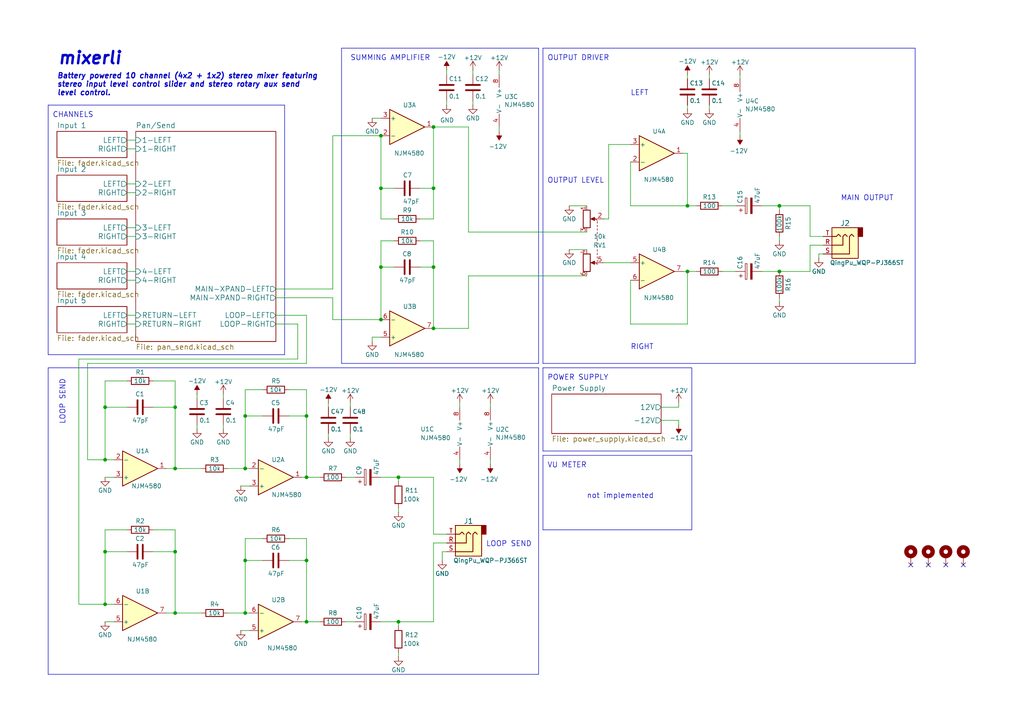
<source format=kicad_sch>
(kicad_sch (version 20231120) (generator "eeschema") (generator_version "8.0")
  (paper "A4")
  (title_block (title "mixerli") (date "2024-08-05") (rev "2.0.1") (company "stahllabs") (comment 1 "Copyright 2023 stahl. Licensed under CERN- OHL-S v2 or any later version.") (comment 2 "https://github.com/stahlnow/mixerli") (comment 3 "level control slider and stereo rotary aux send level control.") (comment 4 "Battery powered 10 channel (4x2 + 1x2) stereo mixer featuring stereo input"))
  (lib_symbols
    (symbol "Amplifier_Operational:NJM4580" (pin_names (offset 0.127))
      (property "Reference" "U" (at 0 5.08 0))
      (property "Value" "NJM4580" (at 0 -5.08 0))
      (symbol "NJM4580_1_1"
        (polyline (pts (xy -5.08 5.08) (xy 5.08 0) (xy -5.08 -5.08) (xy -5.08 5.08)) (stroke (width 0.254)) (fill (type background)))
        (pin output line (at 7.62 0 180) (length 2.54) (name "~") (number "1"))
        (pin input line (at -7.62 -2.54 0) (length 2.54) (name "-") (number "2"))
        (pin input line (at -7.62 2.54 0) (length 2.54) (name "+") (number "3"))
      )
      (symbol "NJM4580_2_1"
        (polyline (pts (xy -5.08 5.08) (xy 5.08 0) (xy -5.08 -5.08) (xy -5.08 5.08)) (stroke (width 0.254)) (fill (type background)))
        (pin input line (at -7.62 2.54 0) (length 2.54) (name "+") (number "5"))
        (pin input line (at -7.62 -2.54 0) (length 2.54) (name "-") (number "6"))
        (pin output line (at 7.62 0 180) (length 2.54) (name "~") (number "7"))
      )
      (symbol "NJM4580_3_1"
        (pin power_in line (at -2.54 -7.62 90) (length 3.81) (name "V-") (number "4"))
        (pin power_in line (at -2.54 7.62 270) (length 3.81) (name "V+") (number "8"))
      )
    )
    (symbol "Connector_Audio:AudioJack3"
      (property "Reference" "J" (at 0 8.89 0))
      (property "Value" "AudioJack3" (at 0 6.35 0))
      (symbol "AudioJack3_0_1"
        (rectangle (start -5.08 -5.08) (end -6.35 -2.54) (stroke (width 0.254)) (fill (type outline)))
        (polyline (pts (xy 0 -2.54) (xy 0.635 -3.175) (xy 1.27 -2.54) (xy 2.54 -2.54)) (stroke (width 0.254)))
        (polyline (pts (xy -1.905 -2.54) (xy -1.27 -3.175) (xy -0.635 -2.54) (xy -0.635 0) (xy 2.54 0)) (stroke (width 0.254)))
        (polyline (pts (xy 2.54 2.54) (xy -2.54 2.54) (xy -2.54 -2.54) (xy -3.175 -3.175) (xy -3.81 -2.54)) (stroke (width 0.254)))
        (rectangle (start 2.54 3.81) (end -5.08 -5.08) (stroke (width 0.254)) (fill (type background)))
      )
      (symbol "AudioJack3_1_1"
        (pin passive line (at 5.08 0 180) (length 2.54) (name "~") (number "R"))
        (pin passive line (at 5.08 2.54 180) (length 2.54) (name "~") (number "S"))
        (pin passive line (at 5.08 -2.54 180) (length 2.54) (name "~") (number "T"))
      )
    )
    (symbol "Device:C" (pin_numbers hide) (pin_names (offset 0.254))
      (property "Reference" "C" (at 0.635 2.54 0))
      (property "Value" "C" (at 0.635 -2.54 0))
      (symbol "C_0_1"
        (polyline (pts (xy -2.032 -0.762) (xy 2.032 -0.762)) (stroke (width 0.508)))
        (polyline (pts (xy -2.032 0.762) (xy 2.032 0.762)) (stroke (width 0.508)))
      )
      (symbol "C_1_1"
        (pin passive line (at 0 3.81 270) (length 2.794) (name "~") (number "1"))
        (pin passive line (at 0 -3.81 90) (length 2.794) (name "~") (number "2"))
      )
    )
    (symbol "Device:C_Polarized" (pin_numbers hide) (pin_names (offset 0.254))
      (property "Reference" "C" (at 0.635 2.54 0))
      (property "Value" "C_Polarized" (at 0.635 -2.54 0))
      (symbol "C_Polarized_0_1"
        (rectangle (start -2.286 0.508) (end 2.286 1.016))
        (polyline (pts (xy -1.778 2.286) (xy -0.762 2.286)))
        (polyline (pts (xy -1.27 2.794) (xy -1.27 1.778)))
        (rectangle (start 2.286 -0.508) (end -2.286 -1.016) (fill (type outline)))
      )
      (symbol "C_Polarized_1_1"
        (pin passive line (at 0 3.81 270) (length 2.794) (name "~") (number "1"))
        (pin passive line (at 0 -3.81 90) (length 2.794) (name "~") (number "2"))
      )
    )
    (symbol "Device:R" (pin_numbers hide) (pin_names (offset 0))
      (property "Reference" "R" (at 2.032 0 90))
      (property "Value" "R" (at 0 0 90))
      (symbol "R_0_1"
        (rectangle (start -1.016 -2.54) (end 1.016 2.54) (stroke (width 0.254)))
      )
      (symbol "R_1_1"
        (pin passive line (at 0 3.81 270) (length 1.27) (name "~") (number "1"))
        (pin passive line (at 0 -3.81 90) (length 1.27) (name "~") (number "2"))
      )
    )
    (symbol "Device:R_Potentiometer_Dual" (pin_names (offset 1.016) hide)
      (property "Reference" "RV" (at 0 3.81 0))
      (property "Value" "R_Potentiometer_Dual" (at 0 1.905 0))
      (symbol "R_Potentiometer_Dual_0_1"
        (rectangle (start -8.89 -1.524) (end -3.81 -3.556) (stroke (width 0.254)))
        (polyline (pts (xy -6.35 0) (xy -6.35 -1.016)))
        (polyline (pts (xy -6.35 0) (xy -6.35 -1.016)))
        (polyline (pts (xy -6.35 0) (xy -5.842 0.508)))
        (polyline (pts (xy -5.588 0.508) (xy -5.08 0.508)))
        (polyline (pts (xy -4.572 0.508) (xy -4.064 0.508)))
        (polyline (pts (xy -3.556 0.508) (xy -3.048 0.508)))
        (polyline (pts (xy -2.54 0.508) (xy -2.032 0.508)))
        (polyline (pts (xy -1.524 0.508) (xy -1.016 0.508)))
        (polyline (pts (xy -0.508 0.508) (xy 0 0.508)))
        (polyline (pts (xy 0.508 0.508) (xy 1.016 0.508)))
        (polyline (pts (xy 1.524 0.508) (xy 2.032 0.508)))
        (polyline (pts (xy 2.54 0.508) (xy 3.048 0.508)))
        (polyline (pts (xy 3.556 0.508) (xy 4.064 0.508)))
        (polyline (pts (xy 4.572 0.508) (xy 5.08 0.508)))
        (polyline (pts (xy 5.588 0.508) (xy 6.096 0.508)))
        (polyline (pts (xy 6.35 0) (xy 6.35 -1.016)))
        (polyline (pts (xy 6.35 0) (xy 6.35 -1.016)))
        (polyline (pts (xy 6.604 0.508) (xy 6.858 0.508) (xy 6.35 0)))
        (polyline (pts (xy -6.35 -1.397) (xy -6.858 -0.254) (xy -5.842 -0.254) (xy -6.35 -1.397)) (fill (type outline)))
        (polyline (pts (xy 6.35 -1.397) (xy 5.842 -0.254) (xy 6.858 -0.254) (xy 6.35 -1.397)) (fill (type outline)))
        (rectangle (start 3.81 -1.524) (end 8.89 -3.556) (stroke (width 0.254)))
      )
      (symbol "R_Potentiometer_Dual_1_1"
        (pin passive line (at -10.16 -2.54 0) (length 1.27) (name "1") (number "1"))
        (pin passive line (at -6.35 2.54 270) (length 2.54) (name "2") (number "2"))
        (pin passive line (at -2.54 -2.54 180) (length 1.27) (name "3") (number "3"))
        (pin passive line (at 2.54 -2.54 0) (length 1.27) (name "4") (number "4"))
        (pin passive line (at 6.35 2.54 270) (length 2.54) (name "5") (number "5"))
        (pin passive line (at 10.16 -2.54 180) (length 1.27) (name "6") (number "6"))
      )
    )
    (symbol "Mechanical:MountingHole_Pad" (pin_numbers hide) (pin_names (offset 1.016) hide)
      (property "Reference" "H" (at 0 6.35 0))
      (property "Value" "MountingHole_Pad" (at 0 4.445 0))
      (symbol "MountingHole_Pad_0_1"
        (circle (center 0 1.27) (radius 1.27) (stroke (width 1.27)))
      )
      (symbol "MountingHole_Pad_1_1"
        (pin input line (at 0 -2.54 90) (length 2.54) (name "1") (number "1"))
      )
    )
    (symbol "power:+12V" (power) (pin_numbers hide) (pin_names (offset 0) hide)
      (property "Value" "+12V" (at 0 3.556 0))
      (symbol "+12V_0_1"
        (polyline (pts (xy -0.762 1.27) (xy 0 2.54)))
        (polyline (pts (xy 0 0) (xy 0 2.54)))
        (polyline (pts (xy 0 2.54) (xy 0.762 1.27)))
      )
      (symbol "+12V_1_1"
        (pin power_in line (at 0 0 90) (length 0) (name "~") (number "1"))
      )
    )
    (symbol "power:-12V" (power) (pin_numbers hide) (pin_names (offset 0) hide)
      (property "Value" "-12V" (at 0 3.556 0))
      (symbol "-12V_0_0"
        (pin power_in line (at 0 0 90) (length 0) (name "~") (number "1"))
      )
      (symbol "-12V_0_1"
        (polyline (pts (xy 0 0) (xy 0 1.27) (xy 0.762 1.27) (xy 0 2.54) (xy -0.762 1.27) (xy 0 1.27)) (fill (type outline)))
      )
    )
    (symbol "power:GND" (power) (pin_numbers hide) (pin_names (offset 0) hide)
      (property "Value" "GND" (at 0 -3.81 0))
      (symbol "GND_0_1"
        (polyline (pts (xy 0 0) (xy 0 -1.27) (xy 1.27 -1.27) (xy 0 -2.54) (xy -1.27 -1.27) (xy 0 -1.27)))
      )
      (symbol "GND_1_1"
        (pin power_in line (at 0 0 270) (length 0) (name "~") (number "1"))
      )
    )
  )
  (junction (at 125.73 77.47))
  (junction (at 115.57 138.43))
  (junction (at 110.49 92.71))
  (junction (at 110.49 54.61))
  (junction (at 30.48 118.11))
  (junction (at 88.9 138.43))
  (junction (at 125.73 95.25))
  (junction (at 50.8 135.89))
  (junction (at 110.49 77.47))
  (junction (at 71.12 135.89))
  (junction (at 88.9 120.65))
  (junction (at 125.73 36.83))
  (junction (at 88.9 162.56))
  (junction (at 115.57 180.34))
  (junction (at 30.48 133.35))
  (junction (at 199.39 78.74))
  (junction (at 71.12 120.65))
  (junction (at 88.9 180.34))
  (junction (at 110.49 39.37))
  (junction (at 50.8 177.8))
  (junction (at 199.39 59.69))
  (junction (at 71.12 162.56))
  (junction (at 125.73 54.61))
  (junction (at 50.8 118.11))
  (junction (at 50.8 160.02))
  (junction (at 226.06 59.69))
  (junction (at 30.48 175.26))
  (junction (at 71.12 177.8))
  (junction (at 30.48 160.02))
  (junction (at 226.06 78.74))
  (no_connect (at 274.32 163.83))
  (no_connect (at 279.4 163.83))
  (no_connect (at 264.16 163.83))
  (no_connect (at 269.24 163.83))
  (wire (pts (xy 142.24 133.35) (xy 142.24 134.62)))
  (wire (pts (xy 36.83 55.88) (xy 39.37 55.88)))
  (wire (pts (xy 88.9 180.34) (xy 92.71 180.34)))
  (wire (pts (xy 199.39 59.69) (xy 199.39 44.45)))
  (wire (pts (xy 36.83 40.64) (xy 39.37 40.64)))
  (wire (pts (xy 88.9 156.21) (xy 88.9 162.56)))
  (polyline (pts (xy 13.97 106.68) (xy 156.21 106.68)))
  (wire (pts (xy 237.49 74.93) (xy 237.49 73.66)))
  (wire (pts (xy 125.73 36.83) (xy 135.89 36.83)))
  (wire (pts (xy 176.53 41.91) (xy 176.53 63.5)))
  (polyline (pts (xy 99.06 13.97) (xy 99.06 105.41)))
  (wire (pts (xy 182.88 93.98) (xy 199.39 93.98)))
  (polyline (pts (xy 13.97 195.58) (xy 13.97 106.68)))
  (wire (pts (xy 137.16 20.32) (xy 137.16 21.59)))
  (polyline (pts (xy 82.55 30.48) (xy 13.97 30.48)))
  (wire (pts (xy 135.89 67.31) (xy 170.18 67.31)))
  (wire (pts (xy 133.35 116.84) (xy 133.35 118.11)))
  (wire (pts (xy 214.63 21.59) (xy 214.63 22.86)))
  (wire (pts (xy 30.48 118.11) (xy 36.83 118.11)))
  (wire (pts (xy 191.77 121.92) (xy 196.85 121.92)))
  (wire (pts (xy 125.73 69.85) (xy 125.73 77.47)))
  (wire (pts (xy 214.63 38.1) (xy 214.63 39.37)))
  (wire (pts (xy 133.35 133.35) (xy 133.35 134.62)))
  (wire (pts (xy 128.27 160.02) (xy 128.27 162.56)))
  (wire (pts (xy 135.89 36.83) (xy 135.89 67.31)))
  (wire (pts (xy 125.73 36.83) (xy 125.73 54.61)))
  (wire (pts (xy 110.49 180.34) (xy 115.57 180.34)))
  (wire (pts (xy 88.9 138.43) (xy 92.71 138.43)))
  (wire (pts (xy 110.49 69.85) (xy 114.3 69.85)))
  (wire (pts (xy 57.15 123.19) (xy 57.15 124.46)))
  (wire (pts (xy 80.01 93.98) (xy 86.36 93.98)))
  (polyline (pts (xy 157.48 106.68) (xy 200.66 106.68)))
  (wire (pts (xy 71.12 113.03) (xy 76.2 113.03)))
  (wire (pts (xy 71.12 120.65) (xy 71.12 135.89)))
  (wire (pts (xy 129.54 20.32) (xy 129.54 21.59)))
  (wire (pts (xy 88.9 113.03) (xy 88.9 120.65)))
  (wire (pts (xy 199.39 59.69) (xy 201.93 59.69)))
  (wire (pts (xy 110.49 54.61) (xy 110.49 63.5)))
  (wire (pts (xy 30.48 153.67) (xy 36.83 153.67)))
  (wire (pts (xy 176.53 63.5) (xy 175.26 63.5)))
  (wire (pts (xy 50.8 118.11) (xy 44.45 118.11)))
  (wire (pts (xy 36.83 93.98) (xy 39.37 93.98)))
  (wire (pts (xy 36.83 43.18) (xy 39.37 43.18)))
  (polyline (pts (xy 157.48 105.41) (xy 157.48 13.97)))
  (wire (pts (xy 72.39 182.88) (xy 69.85 182.88)))
  (wire (pts (xy 50.8 118.11) (xy 50.8 135.89)))
  (wire (pts (xy 213.36 59.69) (xy 209.55 59.69)))
  (wire (pts (xy 83.82 162.56) (xy 88.9 162.56)))
  (wire (pts (xy 88.9 120.65) (xy 88.9 138.43)))
  (wire (pts (xy 199.39 93.98) (xy 199.39 78.74)))
  (wire (pts (xy 110.49 77.47) (xy 110.49 92.71)))
  (wire (pts (xy 50.8 160.02) (xy 50.8 177.8)))
  (wire (pts (xy 80.01 83.82) (xy 96.52 83.82)))
  (polyline (pts (xy 156.21 195.58) (xy 13.97 195.58)))
  (polyline (pts (xy 156.21 105.41) (xy 156.21 13.97)))
  (wire (pts (xy 25.4 105.41) (xy 25.4 133.35)))
  (wire (pts (xy 30.48 175.26) (xy 33.02 175.26)))
  (wire (pts (xy 234.95 71.12) (xy 238.76 71.12)))
  (wire (pts (xy 83.82 113.03) (xy 88.9 113.03)))
  (wire (pts (xy 36.83 53.34) (xy 39.37 53.34)))
  (wire (pts (xy 144.78 36.83) (xy 144.78 38.1)))
  (wire (pts (xy 71.12 120.65) (xy 76.2 120.65)))
  (wire (pts (xy 142.24 116.84) (xy 142.24 118.11)))
  (wire (pts (xy 95.25 116.84) (xy 95.25 118.11)))
  (wire (pts (xy 30.48 110.49) (xy 30.48 118.11)))
  (wire (pts (xy 110.49 63.5) (xy 114.3 63.5)))
  (wire (pts (xy 199.39 21.59) (xy 199.39 22.86)))
  (polyline (pts (xy 157.48 13.97) (xy 265.43 13.97)))
  (polyline (pts (xy 265.43 105.41) (xy 157.48 105.41)))
  (wire (pts (xy 234.95 68.58) (xy 238.76 68.58)))
  (wire (pts (xy 182.88 46.99) (xy 182.88 59.69)))
  (wire (pts (xy 176.53 41.91) (xy 182.88 41.91)))
  (wire (pts (xy 237.49 73.66) (xy 238.76 73.66)))
  (wire (pts (xy 30.48 160.02) (xy 36.83 160.02)))
  (wire (pts (xy 44.45 160.02) (xy 50.8 160.02)))
  (wire (pts (xy 64.77 115.57) (xy 64.77 114.3)))
  (wire (pts (xy 33.02 180.34) (xy 30.48 180.34)))
  (wire (pts (xy 36.83 81.28) (xy 39.37 81.28)))
  (wire (pts (xy 125.73 77.47) (xy 125.73 95.25)))
  (wire (pts (xy 182.88 81.28) (xy 182.88 93.98)))
  (wire (pts (xy 87.63 138.43) (xy 88.9 138.43)))
  (wire (pts (xy 64.77 123.19) (xy 64.77 124.46)))
  (wire (pts (xy 165.1 59.69) (xy 170.18 59.69)))
  (polyline (pts (xy 157.48 130.81) (xy 157.48 106.68)))
  (polyline (pts (xy 200.66 153.67) (xy 157.48 153.67)))
  (wire (pts (xy 205.74 30.48) (xy 205.74 31.75)))
  (wire (pts (xy 101.6 125.73) (xy 101.6 127)))
  (wire (pts (xy 115.57 181.61) (xy 115.57 180.34)))
  (polyline (pts (xy 157.48 132.08) (xy 200.66 132.08)))
  (wire (pts (xy 209.55 78.74) (xy 213.36 78.74)))
  (wire (pts (xy 198.12 78.74) (xy 199.39 78.74)))
  (wire (pts (xy 110.49 54.61) (xy 114.3 54.61)))
  (polyline (pts (xy 200.66 130.81) (xy 157.48 130.81)))
  (wire (pts (xy 44.45 110.49) (xy 50.8 110.49)))
  (wire (pts (xy 199.39 44.45) (xy 198.12 44.45)))
  (wire (pts (xy 125.73 63.5) (xy 121.92 63.5)))
  (wire (pts (xy 129.54 154.94) (xy 125.73 154.94)))
  (wire (pts (xy 30.48 153.67) (xy 30.48 160.02)))
  (wire (pts (xy 125.73 180.34) (xy 125.73 157.48)))
  (wire (pts (xy 50.8 110.49) (xy 50.8 118.11)))
  (wire (pts (xy 234.95 59.69) (xy 234.95 68.58)))
  (wire (pts (xy 115.57 180.34) (xy 125.73 180.34)))
  (wire (pts (xy 199.39 30.48) (xy 199.39 31.75)))
  (wire (pts (xy 191.77 118.11) (xy 196.85 118.11)))
  (wire (pts (xy 220.98 59.69) (xy 226.06 59.69)))
  (wire (pts (xy 25.4 133.35) (xy 30.48 133.35)))
  (wire (pts (xy 226.06 78.74) (xy 234.95 78.74)))
  (wire (pts (xy 88.9 162.56) (xy 88.9 180.34)))
  (wire (pts (xy 88.9 105.41) (xy 25.4 105.41)))
  (wire (pts (xy 71.12 135.89) (xy 72.39 135.89)))
  (wire (pts (xy 137.16 30.48) (xy 137.16 29.21)))
  (wire (pts (xy 33.02 138.43) (xy 30.48 138.43)))
  (wire (pts (xy 57.15 114.3) (xy 57.15 115.57)))
  (wire (pts (xy 144.78 20.32) (xy 144.78 21.59)))
  (wire (pts (xy 110.49 92.71) (xy 96.52 92.71)))
  (wire (pts (xy 129.54 29.21) (xy 129.54 30.48)))
  (wire (pts (xy 226.06 60.96) (xy 226.06 59.69)))
  (wire (pts (xy 121.92 54.61) (xy 125.73 54.61)))
  (wire (pts (xy 226.06 59.69) (xy 234.95 59.69)))
  (wire (pts (xy 50.8 153.67) (xy 50.8 160.02)))
  (wire (pts (xy 36.83 68.58) (xy 39.37 68.58)))
  (wire (pts (xy 88.9 91.44) (xy 88.9 105.41)))
  (wire (pts (xy 22.86 104.14) (xy 86.36 104.14)))
  (polyline (pts (xy 82.55 102.87) (xy 13.97 102.87)))
  (wire (pts (xy 48.26 135.89) (xy 50.8 135.89)))
  (wire (pts (xy 86.36 93.98) (xy 86.36 104.14)))
  (polyline (pts (xy 13.97 30.48) (xy 13.97 102.87)))
  (wire (pts (xy 220.98 78.74) (xy 226.06 78.74)))
  (wire (pts (xy 96.52 86.36) (xy 96.52 92.71)))
  (wire (pts (xy 69.85 140.97) (xy 72.39 140.97)))
  (wire (pts (xy 135.89 80.01) (xy 170.18 80.01)))
  (wire (pts (xy 101.6 116.84) (xy 101.6 118.11)))
  (wire (pts (xy 110.49 69.85) (xy 110.49 77.47)))
  (wire (pts (xy 199.39 78.74) (xy 201.93 78.74)))
  (wire (pts (xy 226.06 69.85) (xy 226.06 68.58)))
  (wire (pts (xy 165.1 72.39) (xy 170.18 72.39)))
  (wire (pts (xy 121.92 69.85) (xy 125.73 69.85)))
  (wire (pts (xy 115.57 190.5) (xy 115.57 189.23)))
  (wire (pts (xy 96.52 83.82) (xy 96.52 39.37)))
  (wire (pts (xy 80.01 91.44) (xy 88.9 91.44)))
  (wire (pts (xy 36.83 78.74) (xy 39.37 78.74)))
  (wire (pts (xy 36.83 110.49) (xy 30.48 110.49)))
  (wire (pts (xy 50.8 177.8) (xy 58.42 177.8)))
  (wire (pts (xy 71.12 177.8) (xy 72.39 177.8)))
  (wire (pts (xy 100.33 180.34) (xy 102.87 180.34)))
  (wire (pts (xy 125.73 95.25) (xy 135.89 95.25)))
  (wire (pts (xy 83.82 120.65) (xy 88.9 120.65)))
  (wire (pts (xy 115.57 147.32) (xy 115.57 148.59)))
  (wire (pts (xy 30.48 133.35) (xy 33.02 133.35)))
  (wire (pts (xy 114.3 77.47) (xy 110.49 77.47)))
  (wire (pts (xy 30.48 118.11) (xy 30.48 133.35)))
  (wire (pts (xy 121.92 77.47) (xy 125.73 77.47)))
  (wire (pts (xy 71.12 162.56) (xy 71.12 177.8)))
  (wire (pts (xy 71.12 162.56) (xy 76.2 162.56)))
  (wire (pts (xy 175.26 76.2) (xy 182.88 76.2)))
  (wire (pts (xy 80.01 86.36) (xy 96.52 86.36)))
  (wire (pts (xy 48.26 177.8) (xy 50.8 177.8)))
  (wire (pts (xy 115.57 138.43) (xy 125.73 138.43)))
  (wire (pts (xy 125.73 157.48) (xy 129.54 157.48)))
  (wire (pts (xy 110.49 97.79) (xy 107.95 97.79)))
  (wire (pts (xy 107.95 34.29) (xy 110.49 34.29)))
  (wire (pts (xy 135.89 95.25) (xy 135.89 80.01)))
  (wire (pts (xy 66.04 135.89) (xy 71.12 135.89)))
  (wire (pts (xy 125.73 54.61) (xy 125.73 63.5)))
  (wire (pts (xy 30.48 160.02) (xy 30.48 175.26)))
  (polyline (pts (xy 82.55 30.48) (xy 82.55 102.87)))
  (wire (pts (xy 66.04 177.8) (xy 71.12 177.8)))
  (polyline (pts (xy 99.06 105.41) (xy 156.21 105.41)))
  (wire (pts (xy 36.83 66.04) (xy 39.37 66.04)))
  (wire (pts (xy 22.86 104.14) (xy 22.86 175.26)))
  (wire (pts (xy 50.8 135.89) (xy 58.42 135.89)))
  (wire (pts (xy 44.45 153.67) (xy 50.8 153.67)))
  (wire (pts (xy 196.85 121.92) (xy 196.85 123.19)))
  (polyline (pts (xy 156.21 106.68) (xy 156.21 195.58)))
  (wire (pts (xy 22.86 175.26) (xy 30.48 175.26)))
  (wire (pts (xy 71.12 156.21) (xy 71.12 162.56)))
  (wire (pts (xy 234.95 78.74) (xy 234.95 71.12)))
  (polyline (pts (xy 157.48 153.67) (xy 157.48 132.08)))
  (wire (pts (xy 226.06 86.36) (xy 226.06 87.63)))
  (polyline (pts (xy 156.21 13.97) (xy 99.06 13.97)))
  (wire (pts (xy 71.12 113.03) (xy 71.12 120.65)))
  (wire (pts (xy 110.49 39.37) (xy 110.49 54.61)))
  (polyline (pts (xy 200.66 132.08) (xy 200.66 153.67)))
  (polyline (pts (xy 265.43 13.97) (xy 265.43 105.41)))
  (polyline (pts (xy 200.66 106.68) (xy 200.66 130.81)))
  (wire (pts (xy 129.54 160.02) (xy 128.27 160.02)))
  (wire (pts (xy 71.12 156.21) (xy 76.2 156.21)))
  (wire (pts (xy 196.85 118.11) (xy 196.85 116.84)))
  (wire (pts (xy 182.88 59.69) (xy 199.39 59.69)))
  (wire (pts (xy 100.33 138.43) (xy 102.87 138.43)))
  (wire (pts (xy 115.57 138.43) (xy 115.57 139.7)))
  (wire (pts (xy 125.73 154.94) (xy 125.73 138.43)))
  (wire (pts (xy 87.63 180.34) (xy 88.9 180.34)))
  (wire (pts (xy 110.49 138.43) (xy 115.57 138.43)))
  (wire (pts (xy 96.52 39.37) (xy 110.49 39.37)))
  (wire (pts (xy 36.83 91.44) (xy 39.37 91.44)))
  (wire (pts (xy 107.95 97.79) (xy 107.95 99.06)))
  (wire (pts (xy 95.25 125.73) (xy 95.25 127)))
  (wire (pts (xy 88.9 156.21) (xy 83.82 156.21)))
  (wire (pts (xy 205.74 21.59) (xy 205.74 22.86)))
  (text "SUMMING AMPLIFIER" (at 101.6 17.78 0) (effects (font (size 1.524 1.524)) (justify left bottom)))
  (text "CHANNELS" (at 15.24 34.29 0) (effects (font (size 1.524 1.524)) (justify left bottom)))
  (text "not implemented" (at 170.18 144.78 0) (effects (font (size 1.524 1.524)) (justify left bottom)))
  (text "LOOP SEND" (at 19.05 123.19 90) (effects (font (size 1.524 1.524)) (justify left bottom)))
  (text "OUTPUT LEVEL" (at 175.26 53.34 0) (effects (font (size 1.524 1.524)) (justify right bottom)))
  (text "mixerli" (at 35.56 19.05 0) (effects (font (size 3.5306 3.5306) (thickness 0.7061) (bold yes) (italic yes)) (justify right bottom)))
  (text "POWER SUPPLY" (at 158.75 110.49 0) (effects (font (size 1.524 1.524)) (justify left bottom)))
  (text "VU METER" (at 158.75 135.89 0) (effects (font (size 1.524 1.524)) (justify left bottom)))
  (text "RIGHT" (at 182.88 101.6 0) (effects (font (size 1.524 1.524)) (justify left bottom)))
  (text "MAIN OUTPUT" (at 243.84 58.42 0) (effects (font (size 1.524 1.524)) (justify left bottom)))
  (text "OUTPUT DRIVER" (at 158.75 17.78 0) (effects (font (size 1.524 1.524)) (justify left bottom)))
  (text "LEFT" (at 182.88 27.94 0) (effects (font (size 1.524 1.524)) (justify left bottom)))
  (text "LOOP SEND" (at 140.97 158.75 0) (effects (font (size 1.524 1.524)) (justify left bottom)))
  (text "Battery powered 10 channel (4x2 + 1x2) stereo mixer featuring\nstereo input level control slider and stereo rotary aux send\nlevel control." (at 16.51 27.94 0) (effects (font (size 1.524 1.524) (thickness 0.3048) (bold yes) (italic yes)) (justify left bottom)))
  (symbol (lib_id "Device:C") (at 118.11 77.47 90) (unit 1)
    (property "Reference" "C8" (at 119.38 73.66 90) (effects (justify left)))
    (property "Value" "47pF" (at 120.65 81.28 90) (effects (justify left)))
    (property "Footprint" "Capacitor_SMD:C_1206_3216Metric" (effects (hide yes)))
    (property "Description" "Unpolarized capacitor" (effects (hide yes)))
  )
  (symbol (lib_id "Device:R") (at 118.11 69.85 270) (unit 1)
    (property "Reference" "R10" (at 118.11 67.31 90))
    (property "Value" "10k" (at 118.11 69.85 90))
    (property "Footprint" "Resistor_SMD:R_1206_3216Metric" (effects (hide yes)))
  )
  (symbol (lib_id "power:GND") (at 107.95 99.06 0) (unit 1)
    (property "Reference" "#PWR01" (effects (hide yes)))
    (property "Value" "GND" (at 107.95 102.87 0))
    (property "Description" "Power symbol creates a global label with name \"GND\" , ground" (effects (hide yes)))
  )
  (symbol (lib_id "Device:C") (at 118.11 54.61 270) (unit 1)
    (property "Reference" "C7" (at 116.84 50.8 90) (effects (justify left)))
    (property "Value" "47pF" (at 116.84 58.42 90) (effects (justify left)))
    (property "Footprint" "Capacitor_SMD:C_1206_3216Metric" (effects (hide yes)))
    (property "Description" "Unpolarized capacitor" (effects (hide yes)))
  )
  (symbol (lib_id "Device:R") (at 118.11 63.5 270) (unit 1)
    (property "Reference" "R9" (at 118.11 60.96 90))
    (property "Value" "10k" (at 118.11 63.5 90))
    (property "Footprint" "Resistor_SMD:R_1206_3216Metric" (effects (hide yes)))
  )
  (symbol (lib_id "power:GND") (at 107.95 34.29 0) (unit 1)
    (property "Reference" "#PWR02" (effects (hide yes)))
    (property "Value" "GND" (at 107.95 38.1 0))
    (property "Description" "Power symbol creates a global label with name \"GND\" , ground" (effects (hide yes)))
  )
  (symbol (lib_id "power:GND") (at 137.16 30.48 0) (unit 1)
    (property "Reference" "#PWR04" (effects (hide yes)))
    (property "Value" "GND" (at 137.16 34.29 0))
    (property "Description" "Power symbol creates a global label with name \"GND\" , ground" (effects (hide yes)))
  )
  (symbol (lib_id "Device:C") (at 129.54 25.4 0) (unit 1)
    (property "Reference" "C11" (at 130.175 22.86 0) (effects (justify left)))
    (property "Value" "0.1" (at 130.175 27.94 0) (effects (justify left)))
    (property "Footprint" "Capacitor_SMD:C_1206_3216Metric" (effects (hide yes)))
    (property "Description" "Unpolarized capacitor" (effects (hide yes)))
  )
  (symbol (lib_id "Device:C") (at 137.16 25.4 0) (unit 1)
    (property "Reference" "C12" (at 137.795 22.86 0) (effects (justify left)))
    (property "Value" "0.1" (at 137.795 27.94 0) (effects (justify left)))
    (property "Footprint" "Capacitor_SMD:C_1206_3216Metric" (effects (hide yes)))
    (property "Description" "Unpolarized capacitor" (effects (hide yes)))
  )
  (symbol (lib_id "Device:R_Potentiometer_Dual") (at 172.72 69.85 270) (unit 1)
    (property "Reference" "RV1" (at 173.99 71.12 90))
    (property "Value" "10k" (at 173.99 68.58 90))
    (property "Footprint" "stahllabs:RS451121400A" (effects (hide yes)))
  )
  (symbol (lib_id "Device:C") (at 199.39 26.67 0) (unit 1)
    (property "Reference" "C13" (at 200.025 24.13 0) (effects (justify left)))
    (property "Value" "0.1" (at 200.025 29.21 0) (effects (justify left)))
    (property "Footprint" "Capacitor_SMD:C_1206_3216Metric" (effects (hide yes)))
    (property "Description" "Unpolarized capacitor" (effects (hide yes)))
  )
  (symbol (lib_id "Device:C") (at 205.74 26.67 0) (unit 1)
    (property "Reference" "C14" (at 206.375 24.13 0) (effects (justify left)))
    (property "Value" "0.1" (at 206.375 29.21 0) (effects (justify left)))
    (property "Footprint" "Capacitor_SMD:C_1206_3216Metric" (effects (hide yes)))
    (property "Description" "Unpolarized capacitor" (effects (hide yes)))
  )
  (symbol (lib_id "power:GND") (at 199.39 31.75 0) (unit 1)
    (property "Reference" "#PWR05" (effects (hide yes)))
    (property "Value" "GND" (at 199.39 35.56 0))
    (property "Description" "Power symbol creates a global label with name \"GND\" , ground" (effects (hide yes)))
  )
  (symbol (lib_id "power:GND") (at 205.74 31.75 0) (unit 1)
    (property "Reference" "#PWR06" (effects (hide yes)))
    (property "Value" "GND" (at 205.74 35.56 0))
    (property "Description" "Power symbol creates a global label with name \"GND\" , ground" (effects (hide yes)))
  )
  (symbol (lib_id "power:GND") (at 165.1 72.39 0) (unit 1)
    (property "Reference" "#PWR018" (effects (hide yes)))
    (property "Value" "GND" (at 165.1 76.2 0))
    (property "Description" "Power symbol creates a global label with name \"GND\" , ground" (effects (hide yes)))
  )
  (symbol (lib_id "Device:R") (at 205.74 78.74 270) (unit 1)
    (property "Reference" "R14" (at 205.74 76.2 90))
    (property "Value" "100" (at 205.74 78.74 90))
    (property "Footprint" "Resistor_SMD:R_1206_3216Metric" (effects (hide yes)))
  )
  (symbol (lib_id "Device:C_Polarized") (at 217.17 78.74 90) (unit 1)
    (property "Reference" "C16" (at 214.63 78.105 0) (effects (justify left)))
    (property "Value" "47uF" (at 219.71 78.105 0) (effects (justify left)))
    (property "Footprint" "Capacitor_SMD:CP_Elec_5x5.8" (effects (hide yes)))
  )
  (symbol (lib_id "Device:R") (at 226.06 82.55 180) (unit 1)
    (property "Reference" "R16" (at 228.6 82.55 90))
    (property "Value" "100k" (at 226.06 82.55 90))
    (property "Footprint" "Resistor_SMD:R_1206_3216Metric" (effects (hide yes)))
  )
  (symbol (lib_id "power:GND") (at 226.06 87.63 0) (unit 1)
    (property "Reference" "#PWR019" (effects (hide yes)))
    (property "Value" "GND" (at 226.06 91.44 0))
    (property "Description" "Power symbol creates a global label with name \"GND\" , ground" (effects (hide yes)))
  )
  (symbol (lib_id "Amplifier_Operational:NJM4580") (at 40.64 135.89 0) (mirror x) (unit 1)
    (property "Reference" "U1" (at 39.37 130.81 0) (effects (justify left)))
    (property "Value" "NJM4580" (at 38.1 140.97 0) (effects (justify left)))
    (property "Footprint" "Package_SO:SOIC-8_3.9x4.9mm_P1.27mm" (effects (hide yes)))
    (property "MFN" "NJM4580E-TE1" (effects (hide yes)))
  )
  (symbol (lib_id "Device:C") (at 40.64 118.11 90) (unit 1)
    (property "Reference" "C1" (at 41.91 114.3 90) (effects (justify left)))
    (property "Value" "47pF" (at 43.18 121.92 90) (effects (justify left)))
    (property "Footprint" "Capacitor_SMD:C_1206_3216Metric" (effects (hide yes)))
    (property "Description" "Unpolarized capacitor" (effects (hide yes)))
  )
  (symbol (lib_id "Device:R") (at 40.64 110.49 270) (unit 1)
    (property "Reference" "R1" (at 40.64 107.95 90))
    (property "Value" "10k" (at 40.64 110.49 90))
    (property "Footprint" "Resistor_SMD:R_1206_3216Metric" (effects (hide yes)))
  )
  (symbol (lib_id "power:GND") (at 30.48 138.43 0) (unit 1)
    (property "Reference" "#PWR07" (effects (hide yes)))
    (property "Value" "GND" (at 30.48 142.24 0))
    (property "Description" "Power symbol creates a global label with name \"GND\" , ground" (effects (hide yes)))
  )
  (symbol (lib_id "Device:R") (at 62.23 135.89 270) (unit 1)
    (property "Reference" "R3" (at 62.23 133.35 90))
    (property "Value" "10k" (at 62.23 135.89 90))
    (property "Footprint" "Resistor_SMD:R_1206_3216Metric" (effects (hide yes)))
  )
  (symbol (lib_id "Amplifier_Operational:NJM4580") (at 40.64 177.8 0) (mirror x) (unit 2)
    (property "Reference" "U1" (at 39.37 171.45 0) (effects (justify left)))
    (property "Value" "NJM4580" (at 36.83 185.42 0) (effects (justify left)))
    (property "Footprint" "Package_SO:SOIC-8_3.9x4.9mm_P1.27mm" (effects (hide yes)))
    (property "MFN" "NJM4580E-TE1" (effects (hide yes)))
  )
  (symbol (lib_id "power:GND") (at 30.48 180.34 0) (unit 1)
    (property "Reference" "#PWR08" (effects (hide yes)))
    (property "Value" "GND" (at 30.48 184.15 0))
    (property "Description" "Power symbol creates a global label with name \"GND\" , ground" (effects (hide yes)))
  )
  (symbol (lib_id "Device:C") (at 40.64 160.02 90) (unit 1)
    (property "Reference" "C2" (at 41.91 156.21 90) (effects (justify left)))
    (property "Value" "47pF" (at 43.18 163.83 90) (effects (justify left)))
    (property "Footprint" "Capacitor_SMD:C_1206_3216Metric" (effects (hide yes)))
    (property "Description" "Unpolarized capacitor" (effects (hide yes)))
  )
  (symbol (lib_id "Device:R") (at 40.64 153.67 270) (unit 1)
    (property "Reference" "R2" (at 40.64 151.13 90))
    (property "Value" "10k" (at 40.64 153.67 90))
    (property "Footprint" "Resistor_SMD:R_1206_3216Metric" (effects (hide yes)))
  )
  (symbol (lib_id "Device:R") (at 62.23 177.8 270) (unit 1)
    (property "Reference" "R4" (at 62.23 175.26 90))
    (property "Value" "10k" (at 62.23 177.8 90))
    (property "Footprint" "Resistor_SMD:R_1206_3216Metric" (effects (hide yes)))
  )
  (symbol (lib_id "power:GND") (at 57.15 124.46 0) (unit 1)
    (property "Reference" "#PWR09" (effects (hide yes)))
    (property "Value" "GND" (at 57.15 128.27 0))
    (property "Description" "Power symbol creates a global label with name \"GND\" , ground" (effects (hide yes)))
  )
  (symbol (lib_id "power:GND") (at 64.77 124.46 0) (unit 1)
    (property "Reference" "#PWR010" (effects (hide yes)))
    (property "Value" "GND" (at 64.77 128.27 0))
    (property "Description" "Power symbol creates a global label with name \"GND\" , ground" (effects (hide yes)))
  )
  (symbol (lib_id "Device:C") (at 57.15 119.38 0) (unit 1)
    (property "Reference" "C3" (at 57.785 116.84 0) (effects (justify left)))
    (property "Value" "0.1" (at 57.785 121.92 0) (effects (justify left)))
    (property "Footprint" "Capacitor_SMD:C_1206_3216Metric" (effects (hide yes)))
    (property "Description" "Unpolarized capacitor" (effects (hide yes)))
  )
  (symbol (lib_id "Device:C") (at 64.77 119.38 0) (unit 1)
    (property "Reference" "C4" (at 65.405 116.84 0) (effects (justify left)))
    (property "Value" "0.1" (at 65.405 121.92 0) (effects (justify left)))
    (property "Footprint" "Capacitor_SMD:C_1206_3216Metric" (effects (hide yes)))
    (property "Description" "Unpolarized capacitor" (effects (hide yes)))
  )
  (symbol (lib_id "Device:C_Polarized") (at 106.68 138.43 90) (unit 1)
    (property "Reference" "C9" (at 104.14 137.795 0) (effects (justify left)))
    (property "Value" "47uF" (at 109.22 137.795 0) (effects (justify left)))
    (property "Footprint" "Capacitor_SMD:CP_Elec_5x5.8" (effects (hide yes)))
  )
  (symbol (lib_id "Amplifier_Operational:NJM4580") (at 80.01 138.43 0) (mirror x) (unit 1)
    (property "Reference" "U2" (at 78.74 133.35 0) (effects (justify left)))
    (property "Value" "NJM4580" (at 78.74 143.51 0) (effects (justify left)))
    (property "Footprint" "Package_SO:SOIC-8_3.9x4.9mm_P1.27mm" (effects (hide yes)))
    (property "MFN" "NJM4580E-TE1" (effects (hide yes)))
  )
  (symbol (lib_id "power:GND") (at 69.85 140.97 0) (unit 1)
    (property "Reference" "#PWR011" (effects (hide yes)))
    (property "Value" "GND" (at 69.85 144.78 0))
    (property "Description" "Power symbol creates a global label with name \"GND\" , ground" (effects (hide yes)))
  )
  (symbol (lib_id "Device:C") (at 80.01 120.65 90) (unit 1)
    (property "Reference" "C5" (at 81.28 116.84 90) (effects (justify left)))
    (property "Value" "47pF" (at 82.55 124.46 90) (effects (justify left)))
    (property "Footprint" "Capacitor_SMD:C_1206_3216Metric" (effects (hide yes)))
    (property "Description" "Unpolarized capacitor" (effects (hide yes)))
  )
  (symbol (lib_id "Device:C_Polarized") (at 106.68 180.34 90) (unit 1)
    (property "Reference" "C10" (at 104.14 179.705 0) (effects (justify left)))
    (property "Value" "47uF" (at 109.22 179.705 0) (effects (justify left)))
    (property "Footprint" "Capacitor_SMD:CP_Elec_5x5.8" (effects (hide yes)))
  )
  (symbol (lib_id "Device:R") (at 80.01 113.03 270) (unit 1)
    (property "Reference" "R5" (at 80.01 110.49 90))
    (property "Value" "10k" (at 80.01 113.03 90))
    (property "Footprint" "Resistor_SMD:R_1206_3216Metric" (effects (hide yes)))
  )
  (symbol (lib_id "Device:R") (at 96.52 180.34 270) (unit 1)
    (property "Reference" "R8" (at 96.52 177.8 90))
    (property "Value" "100" (at 96.52 180.34 90))
    (property "Footprint" "Resistor_SMD:R_1206_3216Metric" (effects (hide yes)))
  )
  (symbol (lib_id "Amplifier_Operational:NJM4580") (at 80.01 180.34 0) (mirror x) (unit 2)
    (property "Reference" "U2" (at 78.74 173.99 0) (effects (justify left)))
    (property "Value" "NJM4580" (at 77.47 187.96 0) (effects (justify left)))
    (property "Footprint" "Package_SO:SOIC-8_3.9x4.9mm_P1.27mm" (effects (hide yes)))
    (property "MFN" "NJM4580E-TE1" (effects (hide yes)))
  )
  (symbol (lib_id "power:GND") (at 69.85 182.88 0) (unit 1)
    (property "Reference" "#PWR012" (effects (hide yes)))
    (property "Value" "GND" (at 69.85 186.69 0))
    (property "Description" "Power symbol creates a global label with name \"GND\" , ground" (effects (hide yes)))
  )
  (symbol (lib_id "Device:C") (at 80.01 162.56 90) (unit 1)
    (property "Reference" "C6" (at 81.28 158.75 90) (effects (justify left)))
    (property "Value" "47pF" (at 82.55 166.37 90) (effects (justify left)))
    (property "Footprint" "Capacitor_SMD:C_1206_3216Metric" (effects (hide yes)))
    (property "Description" "Unpolarized capacitor" (effects (hide yes)))
  )
  (symbol (lib_id "Device:R") (at 80.01 156.21 270) (unit 1)
    (property "Reference" "R6" (at 80.01 153.67 90))
    (property "Value" "10k" (at 80.01 156.21 90))
    (property "Footprint" "Resistor_SMD:R_1206_3216Metric" (effects (hide yes)))
  )
  (symbol (lib_id "power:GND") (at 237.49 74.93 0) (unit 1)
    (property "Reference" "#PWR020" (effects (hide yes)))
    (property "Value" "GND" (at 237.49 78.74 0))
    (property "Description" "Power symbol creates a global label with name \"GND\" , ground" (effects (hide yes)))
  )
  (symbol (lib_id "Device:R") (at 115.57 143.51 180) (unit 1)
    (property "Reference" "R11" (at 119.38 142.24 0))
    (property "Value" "100k" (at 119.38 144.78 0))
    (property "Footprint" "Resistor_SMD:R_1206_3216Metric" (effects (hide yes)))
  )
  (symbol (lib_id "Device:R") (at 115.57 185.42 180) (unit 1)
    (property "Reference" "R12" (at 119.38 184.15 0))
    (property "Value" "100k" (at 119.38 186.69 0))
    (property "Footprint" "Resistor_SMD:R_1206_3216Metric" (effects (hide yes)))
  )
  (symbol (lib_id "power:GND") (at 115.57 148.59 0) (unit 1)
    (property "Reference" "#PWR013" (effects (hide yes)))
    (property "Value" "GND" (at 115.57 152.4 0))
    (property "Description" "Power symbol creates a global label with name \"GND\" , ground" (effects (hide yes)))
  )
  (symbol (lib_id "power:GND") (at 115.57 190.5 0) (unit 1)
    (property "Reference" "#PWR014" (effects (hide yes)))
    (property "Value" "GND" (at 115.57 194.31 0))
    (property "Description" "Power symbol creates a global label with name \"GND\" , ground" (effects (hide yes)))
  )
  (symbol (lib_id "Device:R") (at 96.52 138.43 270) (unit 1)
    (property "Reference" "R7" (at 96.52 135.89 90))
    (property "Value" "100" (at 96.52 138.43 90))
    (property "Footprint" "Resistor_SMD:R_1206_3216Metric" (effects (hide yes)))
  )
  (symbol (lib_id "power:GND") (at 128.27 162.56 0) (unit 1)
    (property "Reference" "#PWR015" (effects (hide yes)))
    (property "Value" "GND" (at 128.27 166.37 0))
    (property "Description" "Power symbol creates a global label with name \"GND\" , ground" (effects (hide yes)))
  )
  (symbol (lib_id "Connector_Audio:AudioJack3") (at 243.84 71.12 180) (unit 1)
    (property "Reference" "J2" (at 245.11 64.77 0) (effects (font (size 1.524 1.524))))
    (property "Value" "QingPu_WQP-PJ366ST" (at 251.46 76.2 0))
    (property "Footprint" "stahllabs:Jack_3.5mm_QingPu_WQP-PJ366ST_Vertical" (effects (hide yes)))
    (property "Description" "Audio Jack, 3 Poles (Stereo / TRS)" (effects (hide yes)))
  )
  (symbol (lib_id "Connector_Audio:AudioJack3") (at 134.62 157.48 180) (unit 1)
    (property "Reference" "J1" (at 135.89 151.13 0) (effects (font (size 1.524 1.524))))
    (property "Value" "QingPu_WQP-PJ366ST" (at 142.24 162.56 0))
    (property "Footprint" "stahllabs:Jack_3.5mm_QingPu_WQP-PJ366ST_Vertical" (effects (hide yes)))
    (property "Description" "Audio Jack, 3 Poles (Stereo / TRS)" (effects (hide yes)))
  )
  (symbol (lib_id "Amplifier_Operational:NJM4580") (at 118.11 95.25 0) (mirror x) (unit 2)
    (property "Reference" "U3" (at 116.84 88.9 0) (effects (justify left)))
    (property "Value" "NJM4580" (at 114.3 102.87 0) (effects (justify left)))
    (property "Footprint" "Package_SO:SOIC-8_3.9x4.9mm_P1.27mm" (effects (hide yes)))
    (property "MFN" "NJM4580E-TE1" (effects (hide yes)))
  )
  (symbol (lib_id "Amplifier_Operational:NJM4580") (at 118.11 36.83 0) (unit 1)
    (property "Reference" "U3" (at 116.84 30.48 0) (effects (justify left)))
    (property "Value" "NJM4580" (at 114.3 44.45 0) (effects (justify left)))
    (property "Footprint" "Package_SO:SOIC-8_3.9x4.9mm_P1.27mm" (effects (hide yes)))
    (property "MFN" "NJM4580E-TE1" (effects (hide yes)))
  )
  (symbol (lib_id "Amplifier_Operational:NJM4580") (at 190.5 44.45 0) (unit 1)
    (property "Reference" "U4" (at 189.23 38.1 0) (effects (justify left)))
    (property "Value" "NJM4580" (at 186.69 52.07 0) (effects (justify left)))
    (property "Footprint" "Package_SO:SOIC-8_3.9x4.9mm_P1.27mm" (effects (hide yes)))
    (property "MFN" "NJM4580E-TE1" (effects (hide yes)))
  )
  (symbol (lib_id "Amplifier_Operational:NJM4580") (at 190.5 78.74 0) (unit 2)
    (property "Reference" "U4" (at 189.23 72.39 0) (effects (justify left)))
    (property "Value" "NJM4580" (at 186.69 86.36 0) (effects (justify left)))
    (property "Footprint" "Package_SO:SOIC-8_3.9x4.9mm_P1.27mm" (effects (hide yes)))
    (property "MFN" "NJM4580E-TE1" (effects (hide yes)))
  )
  (symbol (lib_id "power:GND") (at 165.1 59.69 0) (unit 1)
    (property "Reference" "#PWR016" (effects (hide yes)))
    (property "Value" "GND" (at 165.1 63.5 0))
    (property "Description" "Power symbol creates a global label with name \"GND\" , ground" (effects (hide yes)))
  )
  (symbol (lib_id "Device:R") (at 205.74 59.69 270) (unit 1)
    (property "Reference" "R13" (at 205.74 57.15 90))
    (property "Value" "100" (at 205.74 59.69 90))
    (property "Footprint" "Resistor_SMD:R_1206_3216Metric" (effects (hide yes)))
  )
  (symbol (lib_id "Device:C_Polarized") (at 217.17 59.69 90) (unit 1)
    (property "Reference" "C15" (at 214.63 59.055 0) (effects (justify left)))
    (property "Value" "47uF" (at 219.71 59.055 0) (effects (justify left)))
    (property "Footprint" "Capacitor_SMD:CP_Elec_5x5.8" (effects (hide yes)))
  )
  (symbol (lib_id "Device:R") (at 226.06 64.77 180) (unit 1)
    (property "Reference" "R15" (at 228.6 64.77 90))
    (property "Value" "100k" (at 226.06 64.77 90))
    (property "Footprint" "Resistor_SMD:R_1206_3216Metric" (effects (hide yes)))
  )
  (symbol (lib_id "power:GND") (at 226.06 69.85 0) (unit 1)
    (property "Reference" "#PWR017" (effects (hide yes)))
    (property "Value" "GND" (at 226.06 73.66 0))
    (property "Description" "Power symbol creates a global label with name \"GND\" , ground" (effects (hide yes)))
  )
  (symbol (lib_id "Device:C") (at 95.25 121.92 0) (unit 1)
    (property "Reference" "C47" (at 95.885 119.38 0) (effects (justify left)))
    (property "Value" "0.1" (at 95.885 124.46 0) (effects (justify left)))
    (property "Footprint" "Capacitor_SMD:C_1206_3216Metric" (effects (hide yes)))
    (property "Description" "Unpolarized capacitor" (effects (hide yes)))
  )
  (symbol (lib_id "Device:C") (at 101.6 121.92 0) (unit 1)
    (property "Reference" "C48" (at 102.235 119.38 0) (effects (justify left)))
    (property "Value" "0.1" (at 102.235 124.46 0) (effects (justify left)))
    (property "Footprint" "Capacitor_SMD:C_1206_3216Metric" (effects (hide yes)))
    (property "Description" "Unpolarized capacitor" (effects (hide yes)))
  )
  (symbol (lib_id "power:GND") (at 95.25 127 0) (unit 1)
    (property "Reference" "#PWR021" (effects (hide yes)))
    (property "Value" "GND" (at 95.25 130.81 0))
    (property "Description" "Power symbol creates a global label with name \"GND\" , ground" (effects (hide yes)))
  )
  (symbol (lib_id "power:GND") (at 101.6 127 0) (unit 1)
    (property "Reference" "#PWR022" (effects (hide yes)))
    (property "Value" "GND" (at 101.6 130.81 0))
    (property "Description" "Power symbol creates a global label with name \"GND\" , ground" (effects (hide yes)))
  )
  (symbol (lib_id "power:-12V") (at 196.85 123.19 180) (unit 1)
    (property "Reference" "#PWR047" (effects (hide yes)))
    (property "Value" "-12V" (at 196.85 127 0))
    (property "Description" "Power symbol creates a global label with name \"-12V\"" (effects (hide yes)))
  )
  (symbol (lib_id "power:+12V") (at 196.85 116.84 0) (unit 1)
    (property "Reference" "#PWR023" (effects (hide yes)))
    (property "Value" "+12V" (at 196.85 113.284 0))
    (property "Description" "Power symbol creates a global label with name \"+12V\"" (effects (hide yes)))
  )
  (symbol (lib_id "power:+12V") (at 214.63 21.59 0) (unit 1)
    (property "Reference" "#PWR025" (effects (hide yes)))
    (property "Value" "+12V" (at 214.63 18.034 0))
    (property "Description" "Power symbol creates a global label with name \"+12V\"" (effects (hide yes)))
  )
  (symbol (lib_id "power:-12V") (at 57.15 114.3 0) (unit 1)
    (property "Reference" "#PWR0106" (effects (hide yes)))
    (property "Value" "-12V" (at 57.15 110.49 0))
    (property "Description" "Power symbol creates a global label with name \"-12V\"" (effects (hide yes)))
  )
  (symbol (lib_id "power:+12V") (at 64.77 114.3 0) (unit 1)
    (property "Reference" "#PWR032" (effects (hide yes)))
    (property "Value" "+12V" (at 64.77 110.744 0))
    (property "Description" "Power symbol creates a global label with name \"+12V\"" (effects (hide yes)))
  )
  (symbol (lib_id "power:-12V") (at 95.25 116.84 0) (unit 1)
    (property "Reference" "#PWR0107" (effects (hide yes)))
    (property "Value" "-12V" (at 95.25 113.03 0))
    (property "Description" "Power symbol creates a global label with name \"-12V\"" (effects (hide yes)))
  )
  (symbol (lib_id "power:+12V") (at 101.6 116.84 0) (unit 1)
    (property "Reference" "#PWR033" (effects (hide yes)))
    (property "Value" "+12V" (at 101.6 113.284 0))
    (property "Description" "Power symbol creates a global label with name \"+12V\"" (effects (hide yes)))
  )
  (symbol (lib_id "power:-12V") (at 199.39 21.59 0) (unit 1)
    (property "Reference" "#PWR040" (effects (hide yes)))
    (property "Value" "-12V" (at 199.39 17.78 0))
    (property "Description" "Power symbol creates a global label with name \"-12V\"" (effects (hide yes)))
  )
  (symbol (lib_id "power:+12V") (at 205.74 21.59 0) (unit 1)
    (property "Reference" "#PWR034" (effects (hide yes)))
    (property "Value" "+12V" (at 205.74 18.034 0))
    (property "Description" "Power symbol creates a global label with name \"+12V\"" (effects (hide yes)))
  )
  (symbol (lib_id "power:+12V") (at 137.16 20.32 0) (unit 1)
    (property "Reference" "#PWR035" (effects (hide yes)))
    (property "Value" "+12V" (at 137.16 16.764 0))
    (property "Description" "Power symbol creates a global label with name \"+12V\"" (effects (hide yes)))
  )
  (symbol (lib_id "power:-12V") (at 129.54 20.32 0) (unit 1)
    (property "Reference" "#PWR027" (effects (hide yes)))
    (property "Value" "-12V" (at 129.54 16.51 0))
    (property "Description" "Power symbol creates a global label with name \"-12V\"" (effects (hide yes)))
  )
  (symbol (lib_id "power:GND") (at 129.54 30.48 0) (unit 1)
    (property "Reference" "#PWR03" (effects (hide yes)))
    (property "Value" "GND" (at 129.667 34.8742 0))
    (property "Description" "Power symbol creates a global label with name \"GND\" , ground" (effects (hide yes)))
  )
  (symbol (lib_id "Amplifier_Operational:NJM4580") (at 217.17 30.48 0) (unit 3)
    (property "Reference" "U4" (at 216.1032 29.3116 0) (effects (justify left)))
    (property "Value" "NJM4580" (at 216.1032 31.623 0) (effects (justify left)))
    (property "Footprint" "Package_SO:SOIC-8_3.9x4.9mm_P1.27mm" (effects (hide yes)))
    (property "Datasheet" "http://www.njr.com/semicon/PDF/NJM4580_E.pdf" (effects (hide yes)))
  )
  (symbol (lib_id "power:-12V") (at 214.63 39.37 180) (unit 1)
    (property "Reference" "#PWR066" (effects (hide yes)))
    (property "Value" "-12V" (at 214.249 43.7642 0))
    (property "Description" "Power symbol creates a global label with name \"-12V\"" (effects (hide yes)))
  )
  (symbol (lib_id "power:+12V") (at 144.78 20.32 0) (unit 1)
    (property "Reference" "#PWR024" (effects (hide yes)))
    (property "Value" "+12V" (at 144.78 16.764 0))
    (property "Description" "Power symbol creates a global label with name \"+12V\"" (effects (hide yes)))
  )
  (symbol (lib_id "Amplifier_Operational:NJM4580") (at 147.32 29.21 0) (unit 3)
    (property "Reference" "U3" (at 146.2532 28.0416 0) (effects (justify left)))
    (property "Value" "NJM4580" (at 146.2532 30.353 0) (effects (justify left)))
    (property "Footprint" "Package_SO:SOIC-8_3.9x4.9mm_P1.27mm" (effects (hide yes)))
    (property "Datasheet" "http://www.njr.com/semicon/PDF/NJM4580_E.pdf" (effects (hide yes)))
  )
  (symbol (lib_id "power:-12V") (at 144.78 38.1 180) (unit 1)
    (property "Reference" "#PWR026" (effects (hide yes)))
    (property "Value" "-12V" (at 144.399 42.4942 0))
    (property "Description" "Power symbol creates a global label with name \"-12V\"" (effects (hide yes)))
  )
  (symbol (lib_id "power:+12V") (at 133.35 116.84 0) (unit 1)
    (property "Reference" "#PWR028" (effects (hide yes)))
    (property "Value" "+12V" (at 133.35 113.284 0))
    (property "Description" "Power symbol creates a global label with name \"+12V\"" (effects (hide yes)))
  )
  (symbol (lib_id "Amplifier_Operational:NJM4580") (at 135.89 125.73 0) (unit 3)
    (property "Reference" "U1" (at 121.92 124.46 0) (effects (justify left)))
    (property "Value" "NJM4580" (at 121.92 127 0) (effects (justify left)))
    (property "Footprint" "Package_SO:SOIC-8_3.9x4.9mm_P1.27mm" (effects (hide yes)))
    (property "Datasheet" "http://www.njr.com/semicon/PDF/NJM4580_E.pdf" (effects (hide yes)))
  )
  (symbol (lib_id "power:-12V") (at 133.35 134.62 180) (unit 1)
    (property "Reference" "#PWR029" (effects (hide yes)))
    (property "Value" "-12V" (at 132.969 139.0142 0))
    (property "Description" "Power symbol creates a global label with name \"-12V\"" (effects (hide yes)))
  )
  (symbol (lib_id "power:+12V") (at 142.24 116.84 0) (unit 1)
    (property "Reference" "#PWR030" (effects (hide yes)))
    (property "Value" "+12V" (at 142.24 113.284 0))
    (property "Description" "Power symbol creates a global label with name \"+12V\"" (effects (hide yes)))
  )
  (symbol (lib_id "Amplifier_Operational:NJM4580") (at 144.78 125.73 0) (unit 3)
    (property "Reference" "U2" (at 143.7132 124.5616 0) (effects (justify left)))
    (property "Value" "NJM4580" (at 143.7132 126.873 0) (effects (justify left)))
    (property "Footprint" "Package_SO:SOIC-8_3.9x4.9mm_P1.27mm" (effects (hide yes)))
    (property "Datasheet" "http://www.njr.com/semicon/PDF/NJM4580_E.pdf" (effects (hide yes)))
  )
  (symbol (lib_id "power:-12V") (at 142.24 134.62 180) (unit 1)
    (property "Reference" "#PWR031" (effects (hide yes)))
    (property "Value" "-12V" (at 141.859 139.0142 0))
    (property "Description" "Power symbol creates a global label with name \"-12V\"" (effects (hide yes)))
  )
  (symbol (lib_id "Mechanical:MountingHole_Pad") (at 269.24 161.29 0) (unit 1)
    (property "Reference" "H2" (effects (hide yes)))
    (property "Value" "MountingHole_Pad" (effects (hide yes)))
    (property "Footprint" "MountingHole:MountingHole_3mm_Pad" (effects (hide yes)))
  )
  (symbol (lib_id "Mechanical:MountingHole_Pad") (at 274.32 161.29 0) (unit 1)
    (property "Reference" "H3" (effects (hide yes)))
    (property "Value" "MountingHole_Pad" (effects (hide yes)))
    (property "Footprint" "MountingHole:MountingHole_3mm_Pad" (effects (hide yes)))
  )
  (symbol (lib_id "Mechanical:MountingHole_Pad") (at 279.4 161.29 0) (unit 1)
    (property "Reference" "H4" (effects (hide yes)))
    (property "Value" "MountingHole_Pad" (effects (hide yes)))
    (property "Footprint" "MountingHole:MountingHole_3mm_Pad" (effects (hide yes)))
  )
  (symbol (lib_id "Mechanical:MountingHole_Pad") (at 264.16 161.29 0) (unit 1)
    (property "Reference" "H1" (effects (hide yes)))
    (property "Value" "MountingHole_Pad" (effects (hide yes)))
    (property "Footprint" "MountingHole:MountingHole_3mm_Pad" (effects (hide yes)))
  )
  (sheet (at 39.37 38.1) (size 40.64 60.96)
    (property "Sheetname" "Pan/Send" (at 39.37 37.2614 0) (effects (font (size 1.524 1.524)) (justify left bottom)))
    (property "Sheetfile" "pan_send.kicad_sch" (at 39.37 99.7462 0) (effects (font (size 1.524 1.524)) (justify left top)))
    (pin "1-RIGHT" input (at 39.37 43.18 180) (effects (font (size 1.524 1.524))))
    (pin "1-LEFT" input (at 39.37 40.64 180) (effects (font (size 1.524 1.524))))
    (pin "2-RIGHT" input (at 39.37 55.88 180) (effects (font (size 1.524 1.524))))
    (pin "2-LEFT" input (at 39.37 53.34 180) (effects (font (size 1.524 1.524))))
    (pin "3-RIGHT" input (at 39.37 68.58 180) (effects (font (size 1.524 1.524))))
    (pin "3-LEFT" input (at 39.37 66.04 180) (effects (font (size 1.524 1.524))))
    (pin "4-RIGHT" input (at 39.37 81.28 180) (effects (font (size 1.524 1.524))))
    (pin "4-LEFT" input (at 39.37 78.74 180) (effects (font (size 1.524 1.524))))
    (pin "LOOP-RIGHT" output (at 80.01 93.98 0) (effects (font (size 1.524 1.524))))
    (pin "LOOP-LEFT" output (at 80.01 91.44 0) (effects (font (size 1.524 1.524))))
    (pin "MAIN-XPAND-RIGHT" output (at 80.01 86.36 0) (effects (font (size 1.524 1.524))))
    (pin "MAIN-XPAND-LEFT" output (at 80.01 83.82 0) (effects (font (size 1.524 1.524))))
    (pin "RETURN-RIGHT" input (at 39.37 93.98 180) (effects (font (size 1.524 1.524))))
    (pin "RETURN-LEFT" input (at 39.37 91.44 180) (effects (font (size 1.524 1.524))))
  )
  (sheet (at 160.02 114.3) (size 31.75 11.43)
    (property "Sheetname" "Power Supply" (at 160.02 113.4614 0) (effects (font (size 1.524 1.524)) (justify left bottom)))
    (property "Sheetfile" "power_supply.kicad_sch" (at 160.02 126.4162 0) (effects (font (size 1.524 1.524)) (justify left top)))
    (pin "12V" output (at 191.77 118.11 0) (effects (font (size 1.524 1.524))))
    (pin "-12V" output (at 191.77 121.92 0) (effects (font (size 1.524 1.524))))
  )
  (sheet (at 16.51 38.1) (size 20.32 7.62)
    (property "Sheetname" "Input 1" (at 16.51 37.2614 0) (effects (font (size 1.524 1.524)) (justify left bottom)))
    (property "Sheetfile" "fader.kicad_sch" (at 16.51 46.4062 0) (effects (font (size 1.524 1.524)) (justify left top)))
    (pin "LEFT" output (at 36.83 40.64 0) (effects (font (size 1.524 1.524))))
    (pin "RIGHT" output (at 36.83 43.18 0) (effects (font (size 1.524 1.524))))
  )
  (sheet (at 16.51 50.8) (size 20.32 7.62)
    (property "Sheetname" "Input 2" (at 16.51 49.9614 0) (effects (font (size 1.524 1.524)) (justify left bottom)))
    (property "Sheetfile" "fader.kicad_sch" (at 16.51 59.1062 0) (effects (font (size 1.524 1.524)) (justify left top)))
    (pin "LEFT" output (at 36.83 53.34 0) (effects (font (size 1.524 1.524))))
    (pin "RIGHT" output (at 36.83 55.88 0) (effects (font (size 1.524 1.524))))
  )
  (sheet (at 16.51 63.5) (size 20.32 7.62)
    (property "Sheetname" "Input 3" (at 16.51 62.6614 0) (effects (font (size 1.524 1.524)) (justify left bottom)))
    (property "Sheetfile" "fader.kicad_sch" (at 16.51 71.8062 0) (effects (font (size 1.524 1.524)) (justify left top)))
    (pin "LEFT" output (at 36.83 66.04 0) (effects (font (size 1.524 1.524))))
    (pin "RIGHT" output (at 36.83 68.58 0) (effects (font (size 1.524 1.524))))
  )
  (sheet (at 16.51 76.2) (size 20.32 7.62)
    (property "Sheetname" "Input 4" (at 16.51 75.3614 0) (effects (font (size 1.524 1.524)) (justify left bottom)))
    (property "Sheetfile" "fader.kicad_sch" (at 16.51 84.5062 0) (effects (font (size 1.524 1.524)) (justify left top)))
    (pin "LEFT" output (at 36.83 78.74 0) (effects (font (size 1.524 1.524))))
    (pin "RIGHT" output (at 36.83 81.28 0) (effects (font (size 1.524 1.524))))
  )
  (sheet (at 16.51 88.9) (size 20.32 7.62)
    (property "Sheetname" "Input 5" (at 16.51 88.0614 0) (effects (font (size 1.524 1.524)) (justify left bottom)))
    (property "Sheetfile" "fader.kicad_sch" (at 16.51 97.2062 0) (effects (font (size 1.524 1.524)) (justify left top)))
    (pin "LEFT" output (at 36.83 91.44 0) (effects (font (size 1.524 1.524))))
    (pin "RIGHT" output (at 36.83 93.98 0) (effects (font (size 1.524 1.524))))
  )
)
</source>
